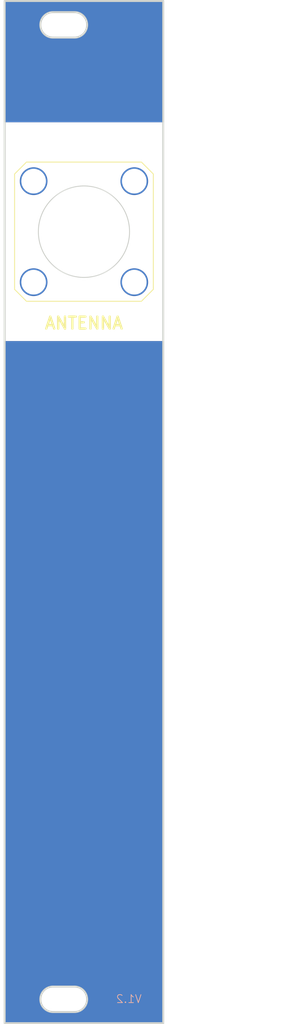
<source format=kicad_pcb>
(kicad_pcb (version 20211014) (generator pcbnew)
  (layers (0 "F.Cu" signal) (31 "B.Cu" signal) (34 "B.Paste" user) (35 "F.Paste" user) (36 "B.SilkS" user "B.Silkscreen") (37 "F.SilkS" user "F.Silkscreen") (38 "B.Mask" user) (39 "F.Mask" user) (44 "Edge.Cuts" user))
  (net 0 "")
  (footprint "GaudiLabsFootPrints:TNC_Flange_4Hole" (layer "F.Cu") (at 100 75.5)
    (fp_text reference "REF**" hide)
    (fp_text value "TNC_Flange_4Hole")
    (fp_line (start 8.75 7.25) (end 7.25 8.75) (layer "F.SilkS") (width 0.12))
    (fp_line (start 7.25 -8.75) (end 8.75 -7.25) (layer "F.SilkS") (width 0.12))
    (fp_line (start -8.75 7.25) (end -8.75 -7.25) (layer "F.SilkS") (width 0.12))
    (fp_line (start 7.25 8.75) (end -7.25 8.75) (layer "F.SilkS") (width 0.12))
    (fp_line (start 8.75 -7.25) (end 8.75 7.25) (layer "F.SilkS") (width 0.12))
    (fp_line (start -7.25 -8.75) (end 7.25 -8.75) (layer "F.SilkS") (width 0.12))
    (fp_line (start -7.25 -8.75) (end -8.75 -7.25) (layer "F.SilkS") (width 0.12))
    (fp_line (start -7.25 8.75) (end -8.75 7.25) (layer "F.SilkS") (width 0.12))
    (fp_circle (center 0 0) (end 5.75 0) (layer "Edge.Cuts") (width 0.12) (fill none))
    (pad "" np_thru_hole circle (at 6.35 -6.35) (size 3.5 3.5) (drill 3.1) (layers F&B.Cu *.Mask))
    (pad "" np_thru_hole circle (at 6.35 6.35) (size 3.5 3.5) (drill 3.1) (layers F&B.Cu *.Mask))
    (pad "" np_thru_hole circle (at -6.35 -6.35) (size 3.5 3.5) (drill 3.1) (layers F&B.Cu *.Mask))
    (pad "" np_thru_hole circle (at -6.35 6.35) (size 3.5 3.5) (drill 3.1) (layers F&B.Cu *.Mask))
  )
  (gr_line (start 96.1 51.1) (end 98.8 51.1) (layer "Edge.Cuts") (width 0.25))
  (gr_arc (start 96.1 51.1) (mid 94.5 49.5) (end 96.1 47.9) (layer "Edge.Cuts") (width 0.25))
  (gr_line (start 98.8 170.4) (end 96.1 170.4) (layer "Edge.Cuts") (width 0.25))
  (gr_line (start 98.8 47.9) (end 96.1 47.9) (layer "Edge.Cuts") (width 0.25))
  (gr_arc (start 98.8 170.4) (mid 100.4 172) (end 98.8 173.6) (layer "Edge.Cuts") (width 0.25))
  (gr_line (start 90 175) (end 110 175) (layer "Edge.Cuts") (width 0.25))
  (gr_arc (start 96.1 173.6) (mid 94.5 172) (end 96.1 170.4) (layer "Edge.Cuts") (width 0.25))
  (gr_line (start 110 46.5) (end 90 46.5) (layer "Edge.Cuts") (width 0.25))
  (gr_arc (start 98.8 47.9) (mid 100.4 49.5) (end 98.8 51.1) (layer "Edge.Cuts") (width 0.25))
  (gr_line (start 96.1 173.6) (end 98.8 173.6) (layer "Edge.Cuts") (width 0.25))
  (gr_line (start 110 175) (end 110 46.5) (layer "Edge.Cuts") (width 0.25))
  (gr_line (start 90 46.5) (end 90 175) (layer "Edge.Cuts") (width 0.25))
  (gr_text "V1.2" (at 105.664 171.958) (layer "B.SilkS") (effects (font (size 1 1) (thickness 0.1)) (justify mirror)))
  (gr_text "ANTENNA" (at 100 87) (layer "F.SilkS") (effects (font (size 1.5 1.5) (thickness 0.3))))
  (zone (net 0) (net_name "") (layer "F.Cu") (connect_pads (clearance 0)) (min_thickness 0.254) (fill yes (thermal_gap 0.508) (thermal_bridge_width 0.508))
    (polygon (pts (xy 109.99 175) (xy 90.01 174.98) (xy 90 89.25) (xy 110 89.25)))
  )
  (zone (net 0) (net_name "") (layer "F.Cu") (connect_pads (clearance 0)) (min_thickness 0.254) (fill yes (thermal_gap 0.508) (thermal_bridge_width 0.508))
    (polygon (pts (xy 110 61.75) (xy 90 61.75) (xy 90 46.5) (xy 110 46.5)))
  )
  (zone (net 0) (net_name "") (layer "B.Cu") (connect_pads (clearance 0)) (min_thickness 0.254) (fill yes (thermal_gap 0.508) (thermal_bridge_width 0.508))
    (polygon (pts (xy 90.01 175) (xy 109.99 174.98) (xy 110 89.25) (xy 90 89.25)))
  )
  (zone (net 0) (net_name "") (layer "B.Cu") (connect_pads (clearance 0)) (min_thickness 0.254) (fill yes (thermal_gap 0.508) (thermal_bridge_width 0.508))
    (polygon (pts (xy 90 61.75) (xy 110 61.75) (xy 109.99995 46.449854) (xy 89.99995 46.449854)))
  )
)
</source>
